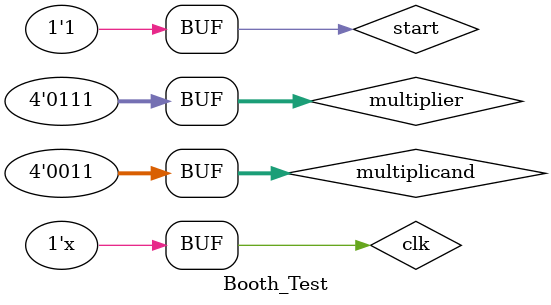
<source format=v>
`timescale 1ns / 1ps


module Booth_Test;

	// Inputs
	reg [3:0] multiplicand;
	reg [3:0] multiplier;
	reg start;
	reg clk;

	// Outputs
	wire [8:0] product;
	wire busy;

	// Instantiate the Unit Under Test (UUT)
	booth_multiplier uut (.P(product), .multiplicand(multiplicand), .multiplier(multiplier), .start(start), .clk(clk), .busy(busy));

	initial begin
		// Initialize Inputs
		$display("first example: a = 3 b = 7");
		multiplicand = 3;
		multiplier = 7;
		start = 1 ;
		clk = 0;
		#100;
	end
	initial begin
		#10 start = 0;
	end
	always #5 clk = !clk;

	always @(posedge clk) $display("ab: %d busy: %d", product, busy);
endmodule


</source>
